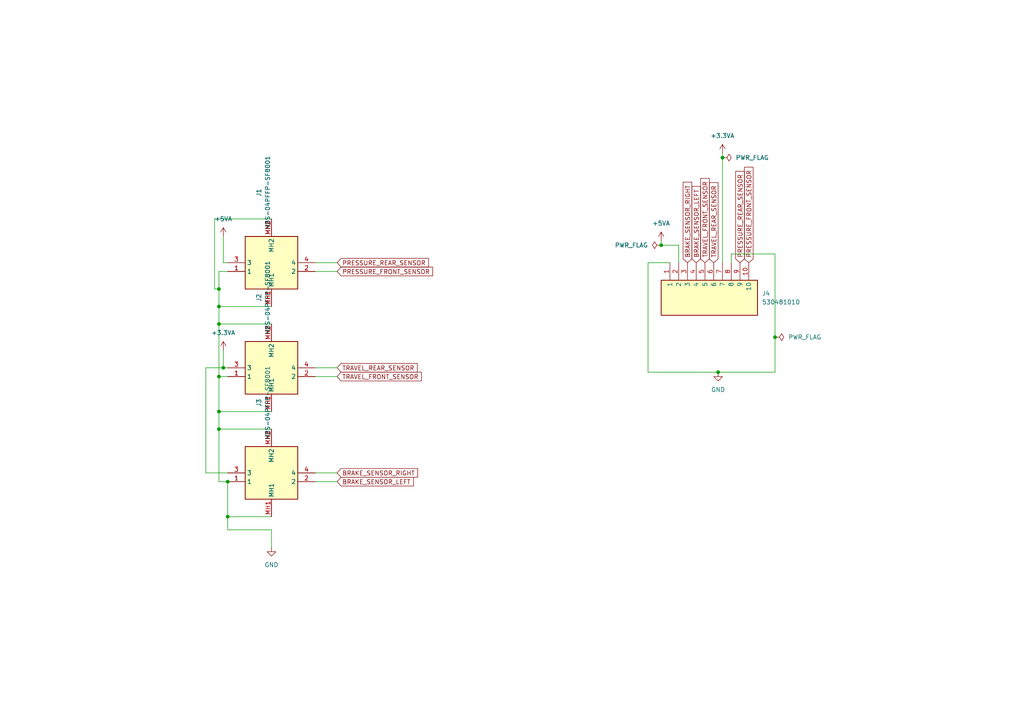
<source format=kicad_sch>
(kicad_sch (version 20230121) (generator eeschema)
  (paper "A4")
  (lib_symbols
    (symbol "MOLEX_10_90:530481010"
      (property "Reference" "J" (at 16.51 7.62 0))
      (property "Value" "530481010" (at 16.51 5.08 0))
      (symbol "530481010_1_1"
        (rectangle (start 5.08 2.54) (end 15.24 -25.4) (stroke (width 0.254)) (fill (type background)))
        (pin passive line (at 0 -22.86 0) (length 5.08) (name "1") (number "1"))
        (pin passive line (at 0 0 0) (length 5.08) (name "10") (number "10"))
        (pin passive line (at 0 -20.32 0) (length 5.08) (name "2") (number "2"))
        (pin passive line (at 0 -17.78 0) (length 5.08) (name "3") (number "3"))
        (pin passive line (at 0 -15.24 0) (length 5.08) (name "4") (number "4"))
        (pin passive line (at 0 -12.7 0) (length 5.08) (name "5") (number "5"))
        (pin passive line (at 0 -10.16 0) (length 5.08) (name "6") (number "6"))
        (pin passive line (at 0 -7.62 0) (length 5.08) (name "7") (number "7"))
        (pin passive line (at 0 -5.08 0) (length 5.08) (name "8") (number "8"))
        (pin passive line (at 0 -2.54 0) (length 5.08) (name "9") (number "9"))
      )
    )
    (symbol "SENSOR_TRAVEL:M8S-04PFFP-SF8001"
      (property "Reference" "J" (at 21.59 12.7 0))
      (property "Value" "M8S-04PFFP-SF8001" (at 21.59 10.16 0))
      (symbol "M8S-04PFFP-SF8001_1_1"
        (rectangle (start 5.08 7.62) (end 20.32 -7.62) (stroke (width 0.254)) (fill (type background)))
        (pin passive line (at 10.16 12.7 270) (length 5.08) (name "1") (number "1"))
        (pin passive line (at 10.16 -12.7 90) (length 5.08) (name "2") (number "2"))
        (pin passive line (at 12.7 12.7 270) (length 5.08) (name "3") (number "3"))
        (pin passive line (at 12.7 -12.7 90) (length 5.08) (name "4") (number "4"))
        (pin passive line (at 0 0 0) (length 5.08) (name "MH1") (number "MH1"))
        (pin passive line (at 25.4 0 180) (length 5.08) (name "MH2") (number "MH2"))
      )
    )
    (symbol "power:+3.3VA" (power) (pin_names (offset 0))
      (property "Value" "+3.3VA" (at 0 3.556 0))
      (symbol "+3.3VA_0_1"
        (polyline (pts (xy -0.762 1.27) (xy 0 2.54)))
        (polyline (pts (xy 0 0) (xy 0 2.54)))
        (polyline (pts (xy 0 2.54) (xy 0.762 1.27)))
      )
      (symbol "+3.3VA_1_1"
        (pin power_in line (at 0 0 90) (length 0) hide (name "+3.3VA") (number "1"))
      )
    )
    (symbol "power:+5VA" (power) (pin_names (offset 0))
      (property "Value" "+5VA" (at 0 3.556 0))
      (symbol "+5VA_0_1"
        (polyline (pts (xy -0.762 1.27) (xy 0 2.54)))
        (polyline (pts (xy 0 0) (xy 0 2.54)))
        (polyline (pts (xy 0 2.54) (xy 0.762 1.27)))
      )
      (symbol "+5VA_1_1"
        (pin power_in line (at 0 0 90) (length 0) hide (name "+5VA") (number "1"))
      )
    )
    (symbol "power:GND" (power) (pin_names (offset 0))
      (property "Value" "GND" (at 0 -3.81 0))
      (symbol "GND_0_1"
        (polyline (pts (xy 0 0) (xy 0 -1.27) (xy 1.27 -1.27) (xy 0 -2.54) (xy -1.27 -1.27) (xy 0 -1.27)))
      )
      (symbol "GND_1_1"
        (pin power_in line (at 0 0 270) (length 0) hide (name "GND") (number "1"))
      )
    )
    (symbol "power:PWR_FLAG" (power) (pin_numbers hide) (pin_names (offset 0) hide)
      (property "Value" "PWR_FLAG" (at 0 3.81 0))
      (symbol "PWR_FLAG_0_0"
        (pin power_out line (at 0 0 90) (length 0) (name "pwr") (number "1"))
      )
      (symbol "PWR_FLAG_0_1"
        (polyline (pts (xy 0 0) (xy 0 1.27) (xy -1.016 1.905) (xy 0 2.54) (xy 1.016 1.905) (xy 0 1.27)))
      )
    )
  )
  (junction (at 64.77 106.68))
  (junction (at 66.04 139.7))
  (junction (at 191.77 71.12))
  (junction (at 63.5 124.46))
  (junction (at 224.79 97.79))
  (junction (at 209.55 45.72))
  (junction (at 63.5 83.82))
  (junction (at 66.04 149.86))
  (junction (at 63.5 93.98))
  (junction (at 208.28 107.95))
  (junction (at 63.5 119.38))
  (junction (at 63.5 88.9))
  (junction (at 63.5 109.22))
  (wire (pts (xy 62.23 83.82) (xy 63.5 83.82)))
  (wire (pts (xy 191.77 69.85) (xy 191.77 71.12)))
  (wire (pts (xy 63.5 83.82) (xy 63.5 78.74)))
  (wire (pts (xy 63.5 124.46) (xy 63.5 119.38)))
  (wire (pts (xy 62.23 63.5) (xy 62.23 83.82)))
  (wire (pts (xy 63.5 93.98) (xy 63.5 88.9)))
  (wire (pts (xy 209.55 45.72) (xy 209.55 76.2)))
  (wire (pts (xy 208.28 107.95) (xy 187.96 107.95)))
  (wire (pts (xy 91.44 137.16) (xy 97.79 137.16)))
  (wire (pts (xy 78.74 63.5) (xy 62.23 63.5)))
  (wire (pts (xy 91.44 78.74) (xy 97.79 78.74)))
  (wire (pts (xy 208.28 107.95) (xy 224.79 107.95)))
  (wire (pts (xy 59.69 106.68) (xy 59.69 137.16)))
  (wire (pts (xy 64.77 106.68) (xy 59.69 106.68)))
  (wire (pts (xy 66.04 149.86) (xy 66.04 139.7)))
  (wire (pts (xy 91.44 106.68) (xy 97.79 106.68)))
  (wire (pts (xy 191.77 71.12) (xy 196.85 71.12)))
  (wire (pts (xy 63.5 124.46) (xy 78.74 124.46)))
  (wire (pts (xy 212.09 73.66) (xy 212.09 76.2)))
  (wire (pts (xy 224.79 107.95) (xy 224.79 97.79)))
  (wire (pts (xy 64.77 68.58) (xy 64.77 76.2)))
  (wire (pts (xy 63.5 119.38) (xy 78.74 119.38)))
  (wire (pts (xy 78.74 153.67) (xy 66.04 153.67)))
  (wire (pts (xy 64.77 101.6) (xy 64.77 106.68)))
  (wire (pts (xy 209.55 44.45) (xy 209.55 45.72)))
  (wire (pts (xy 91.44 139.7) (xy 97.79 139.7)))
  (wire (pts (xy 196.85 71.12) (xy 196.85 76.2)))
  (wire (pts (xy 64.77 106.68) (xy 66.04 106.68)))
  (wire (pts (xy 63.5 139.7) (xy 63.5 124.46)))
  (wire (pts (xy 64.77 76.2) (xy 66.04 76.2)))
  (wire (pts (xy 187.96 107.95) (xy 187.96 76.2)))
  (wire (pts (xy 66.04 149.86) (xy 78.74 149.86)))
  (wire (pts (xy 59.69 137.16) (xy 66.04 137.16)))
  (wire (pts (xy 63.5 109.22) (xy 66.04 109.22)))
  (wire (pts (xy 63.5 109.22) (xy 63.5 93.98)))
  (wire (pts (xy 66.04 139.7) (xy 63.5 139.7)))
  (wire (pts (xy 91.44 109.22) (xy 97.79 109.22)))
  (wire (pts (xy 187.96 76.2) (xy 194.31 76.2)))
  (wire (pts (xy 63.5 119.38) (xy 63.5 109.22)))
  (wire (pts (xy 63.5 88.9) (xy 63.5 83.82)))
  (wire (pts (xy 224.79 73.66) (xy 212.09 73.66)))
  (wire (pts (xy 63.5 78.74) (xy 66.04 78.74)))
  (wire (pts (xy 63.5 93.98) (xy 78.74 93.98)))
  (wire (pts (xy 63.5 88.9) (xy 78.74 88.9)))
  (wire (pts (xy 78.74 158.75) (xy 78.74 153.67)))
  (wire (pts (xy 224.79 73.66) (xy 224.79 97.79)))
  (wire (pts (xy 91.44 76.2) (xy 97.79 76.2)))
  (wire (pts (xy 66.04 153.67) (xy 66.04 149.86)))
  (global_label "BRAKE_SENSOR_RIGHT" (shape input) (at 199.39 76.2 90) (property "Intersheetrefs" "${INTERSHEET_REFS}" (effects hide)))
  (global_label "TRAVEL_REAR_SENSOR" (shape input) (at 207.01 76.2 90) (property "Intersheetrefs" "${INTERSHEET_REFS}" (effects hide)))
  (global_label "PRESSURE_FRONT_SENSOR" (shape input) (at 217.17 76.2 90) (property "Intersheetrefs" "${INTERSHEET_REFS}" (effects hide)))
  (global_label "BRAKE_SENSOR_RIGHT" (shape input) (at 97.79 137.16 0) (property "Intersheetrefs" "${INTERSHEET_REFS}" (effects hide)))
  (global_label "TRAVEL_FRONT_SENSOR" (shape input) (at 97.79 109.22 0) (property "Intersheetrefs" "${INTERSHEET_REFS}" (effects hide)))
  (global_label "TRAVEL_REAR_SENSOR" (shape input) (at 97.79 106.68 0) (property "Intersheetrefs" "${INTERSHEET_REFS}" (effects hide)))
  (global_label "PRESSURE_FRONT_SENSOR" (shape input) (at 97.79 78.74 0) (property "Intersheetrefs" "${INTERSHEET_REFS}" (effects hide)))
  (global_label "PRESSURE_REAR_SENSOR" (shape input) (at 97.79 76.2 0) (property "Intersheetrefs" "${INTERSHEET_REFS}" (effects hide)))
  (global_label "BRAKE_SENSOR_LEFT" (shape input) (at 201.93 76.2 90) (property "Intersheetrefs" "${INTERSHEET_REFS}" (effects hide)))
  (global_label "BRAKE_SENSOR_LEFT" (shape input) (at 97.79 139.7 0) (property "Intersheetrefs" "${INTERSHEET_REFS}" (effects hide)))
  (global_label "PRESSURE_REAR_SENSOR" (shape input) (at 214.63 76.2 90) (property "Intersheetrefs" "${INTERSHEET_REFS}" (effects hide)))
  (global_label "TRAVEL_FRONT_SENSOR" (shape input) (at 204.47 76.2 90) (property "Intersheetrefs" "${INTERSHEET_REFS}" (effects hide)))
  (symbol (lib_id "power:GND") (at 208.28 107.95 0) (unit 1)
    (property "Reference" "#PWR02" (effects hide))
    (property "Value" "GND" (at 208.28 113.03 0))
  )
  (symbol (lib_id "power:+3.3VA") (at 209.55 44.45 0) (unit 1)
    (property "Reference" "#PWR01" (effects hide))
    (property "Value" "+3.3VA" (at 209.55 39.37 0))
  )
  (symbol (lib_id "SENSOR_TRAVEL:M8S-04PFFP-SF8001") (at 78.74 119.38 90) (unit 1)
    (property "Reference" "J2" (at 75.0921 86.36 0))
    (property "Value" "M8S-04PFFP-SF8001" (at 77.6321 86.36 0))
    (property "Footprint" "M8S04PFFPSF8001:M8S04PFFPSF8001" (effects hide))
    (property "Height" "15.25" (effects hide))
    (property "Manufacturer_Name" "Amphenol" (effects hide))
    (property "Manufacturer_Part_Number" "M8S-04PFFP-SF8001" (effects hide))
  )
  (symbol (lib_id "power:PWR_FLAG") (at 224.79 97.79 270) (unit 1)
    (property "Reference" "#FLG03" (effects hide))
    (property "Value" "PWR_FLAG" (at 228.6 97.79 90) (effects (justify left)))
  )
  (symbol (lib_id "power:+5VA") (at 191.77 69.85 0) (unit 1)
    (property "Reference" "#PWR03" (effects hide))
    (property "Value" "+5VA" (at 191.77 64.77 0))
  )
  (symbol (lib_id "MOLEX_10_90:530481010") (at 217.17 76.2 270) (unit 1)
    (property "Reference" "J4" (at 220.98 85.09 90) (effects (justify left)))
    (property "Value" "530481010" (at 220.98 87.63 90) (effects (justify left)))
    (property "Footprint" "530481010:530481010" (effects hide))
    (property "Datasheet" "https://www.molex.com/pdm_docs/sd/530480210_sd.pdf" (effects hide))
    (property "Height" "3.5" (effects hide))
    (property "Manufacturer_Name" "Molex" (effects hide))
    (property "Manufacturer_Part_Number" "530481010" (effects hide))
  )
  (symbol (lib_id "power:GND") (at 78.74 158.75 0) (unit 1)
    (property "Reference" "#PWR06" (effects hide))
    (property "Value" "GND" (at 78.74 163.83 0))
  )
  (symbol (lib_id "power:PWR_FLAG") (at 209.55 45.72 270) (unit 1)
    (property "Reference" "#FLG02" (effects hide))
    (property "Value" "PWR_FLAG" (at 213.36 45.72 90) (effects (justify left)))
  )
  (symbol (lib_id "SENSOR_TRAVEL:M8S-04PFFP-SF8001") (at 78.74 88.9 90) (unit 1)
    (property "Reference" "J1" (at 75.0921 55.88 0))
    (property "Value" "M8S-04PFFP-SF8001" (at 77.6321 55.88 0))
    (property "Footprint" "M8S04PFFPSF8001" (effects hide))
    (property "Height" "15.25" (effects hide))
    (property "Manufacturer_Name" "Amphenol" (effects hide))
    (property "Manufacturer_Part_Number" "M8S-04PFFP-SF8001" (effects hide))
  )
  (symbol (lib_id "SENSOR_TRAVEL:M8S-04PFFP-SF8001") (at 78.74 149.86 90) (unit 1)
    (property "Reference" "J3" (at 75.0921 116.84 0))
    (property "Value" "M8S-04PFFP-SF8001" (at 77.6321 116.84 0))
    (property "Footprint" "M8S04PFFPSF8001" (effects hide))
    (property "Height" "15.25" (effects hide))
    (property "Manufacturer_Name" "Amphenol" (effects hide))
    (property "Manufacturer_Part_Number" "M8S-04PFFP-SF8001" (effects hide))
  )
  (symbol (lib_id "power:+5VA") (at 64.77 68.58 0) (unit 1)
    (property "Reference" "#PWR05" (effects hide))
    (property "Value" "+5VA" (at 64.77 63.5 0))
  )
  (symbol (lib_id "power:+3.3VA") (at 64.77 101.6 0) (unit 1)
    (property "Reference" "#PWR04" (effects hide))
    (property "Value" "+3.3VA" (at 64.77 96.52 0))
  )
  (symbol (lib_id "power:PWR_FLAG") (at 191.77 71.12 90) (unit 1)
    (property "Reference" "#FLG01" (effects hide))
    (property "Value" "PWR_FLAG" (at 187.96 71.12 90) (effects (justify left)))
  )
)
</source>
